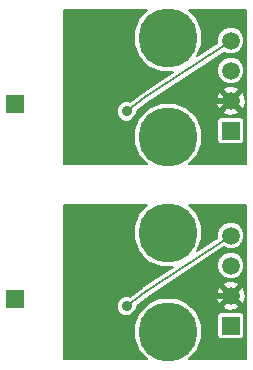
<source format=gbl>
%FSLAX45Y45*%
G04 Gerber Fmt 4.5, Leading zero omitted, Abs format (unit mm)*
G04 Created by KiCad (PCBNEW (2014-07-12 BZR 4289 GOST-COMMITTERS)-product) date 15.03.2017 23:16:08*
%MOMM*%
G01*
G04 APERTURE LIST*
%ADD10C,0.150000*%
%ADD11C,1.500000*%
%ADD12R,1.500000X1.500000*%
%ADD13C,5.000000*%
%ADD14C,0.900000*%
%ADD15C,0.500000*%
%ADD16C,0.200000*%
G04 APERTURE END LIST*
D10*
D11*
X12014200Y-8662400D03*
D12*
X10185400Y-9195800D03*
D13*
X11480800Y-8637000D03*
X11480800Y-9475200D03*
D11*
X12014200Y-8916400D03*
D12*
X12014200Y-9424400D03*
D11*
X12014200Y-9170400D03*
X12014200Y-10566400D03*
D12*
X12014200Y-11074400D03*
D11*
X12014200Y-10820400D03*
D13*
X11480800Y-11125200D03*
X11480800Y-10287000D03*
D12*
X10185400Y-10845800D03*
D11*
X12014200Y-10312400D03*
D14*
X11134400Y-9405700D03*
X11317200Y-9003800D03*
X10965400Y-8819400D03*
X10650000Y-9350000D03*
X10650000Y-8750000D03*
X10650000Y-8450000D03*
X10650000Y-9650000D03*
X11171670Y-8823350D03*
X11171670Y-10473350D03*
X10650000Y-11300000D03*
X10650000Y-10100000D03*
X10650000Y-10400000D03*
X10650000Y-11000000D03*
X10965400Y-10469400D03*
X11317200Y-10653800D03*
X11134400Y-11055700D03*
X11131000Y-9261300D03*
X11131000Y-10911300D03*
D15*
X11121470Y-8901210D02*
X11171670Y-8823350D01*
X11205760Y-9323430D02*
X11134400Y-9405700D01*
X11329030Y-9200160D02*
X11205760Y-9323430D01*
X11393640Y-9173400D02*
X11329030Y-9200160D01*
X12014200Y-9170400D02*
X11393640Y-9173400D01*
X11121470Y-8901210D02*
X10965400Y-8819400D01*
X10650000Y-9350000D02*
X10650000Y-9650000D01*
X10650000Y-9350000D02*
X10650000Y-8750000D01*
X11134400Y-9405700D02*
X10650000Y-9350000D01*
X11134160Y-8913900D02*
X11121470Y-8901210D01*
X11317200Y-9003800D02*
X11134160Y-8913900D01*
X11317200Y-10653800D02*
X11134160Y-10563900D01*
X11134160Y-10563900D02*
X11121470Y-10551210D01*
X11134400Y-11055700D02*
X10650000Y-11000000D01*
X10650000Y-11000000D02*
X10650000Y-10400000D01*
X10650000Y-11000000D02*
X10650000Y-11300000D01*
X11121470Y-10551210D02*
X10965400Y-10469400D01*
X12014200Y-10820400D02*
X11393640Y-10823400D01*
X11393640Y-10823400D02*
X11329030Y-10850160D01*
X11329030Y-10850160D02*
X11205760Y-10973430D01*
X11205760Y-10973430D02*
X11134400Y-11055700D01*
X11121470Y-10551210D02*
X11171670Y-10473350D01*
D16*
X11290380Y-9142330D02*
X11131000Y-9261300D01*
X12014200Y-8662400D02*
X11290380Y-9142330D01*
X12014200Y-10312400D02*
X11290380Y-10792330D01*
X11290380Y-10792330D02*
X11131000Y-10911300D01*
G36*
X12144500Y-11357100D02*
X12140768Y-11357100D01*
X12140768Y-10835360D01*
X12136858Y-10785786D01*
X12129220Y-10767345D01*
X12129220Y-10543625D01*
X12111749Y-10501343D01*
X12079427Y-10468965D01*
X12037175Y-10451420D01*
X11991425Y-10451380D01*
X11949143Y-10468851D01*
X11916765Y-10501173D01*
X11899220Y-10543425D01*
X11899180Y-10589175D01*
X11916651Y-10631457D01*
X11948973Y-10663835D01*
X11991225Y-10681380D01*
X12036975Y-10681420D01*
X12079257Y-10663949D01*
X12111635Y-10631627D01*
X12129180Y-10589375D01*
X12129220Y-10543625D01*
X12129220Y-10767345D01*
X12125408Y-10758143D01*
X12105393Y-10750421D01*
X12084179Y-10771634D01*
X12084179Y-10729207D01*
X12076457Y-10709192D01*
X12029160Y-10693832D01*
X11979586Y-10697742D01*
X11951943Y-10709192D01*
X11944220Y-10729207D01*
X12014200Y-10799187D01*
X12084179Y-10729207D01*
X12084179Y-10771634D01*
X12035413Y-10820400D01*
X12105393Y-10890380D01*
X12125408Y-10882657D01*
X12140768Y-10835360D01*
X12140768Y-11357100D01*
X12129200Y-11357100D01*
X12129200Y-11157357D01*
X12129200Y-11141444D01*
X12129200Y-10991444D01*
X12123110Y-10976742D01*
X12111858Y-10965490D01*
X12097156Y-10959400D01*
X12084179Y-10959400D01*
X12084179Y-10911593D01*
X12014200Y-10841613D01*
X11992987Y-10862826D01*
X11992987Y-10820400D01*
X11923007Y-10750421D01*
X11902991Y-10758143D01*
X11887632Y-10805440D01*
X11891542Y-10855014D01*
X11902991Y-10882657D01*
X11923007Y-10890380D01*
X11992987Y-10820400D01*
X11992987Y-10862826D01*
X11944220Y-10911593D01*
X11951943Y-10931609D01*
X11999240Y-10946968D01*
X12048814Y-10943058D01*
X12076457Y-10931609D01*
X12084179Y-10911593D01*
X12084179Y-10959400D01*
X12081243Y-10959400D01*
X11931243Y-10959400D01*
X11916542Y-10965490D01*
X11905290Y-10976742D01*
X11899200Y-10991444D01*
X11899200Y-11007357D01*
X11899200Y-11157357D01*
X11905290Y-11172058D01*
X11916542Y-11183310D01*
X11931243Y-11189400D01*
X11947156Y-11189400D01*
X12097156Y-11189400D01*
X12111858Y-11183310D01*
X12123110Y-11172058D01*
X12129200Y-11157357D01*
X12129200Y-11357100D01*
X11658975Y-11357100D01*
X11726507Y-11289686D01*
X11770749Y-11183138D01*
X11770850Y-11067769D01*
X11726793Y-10961143D01*
X11645286Y-10879493D01*
X11538738Y-10835251D01*
X11423368Y-10835150D01*
X11316743Y-10879207D01*
X11235093Y-10960714D01*
X11190850Y-11067262D01*
X11190750Y-11182632D01*
X11234807Y-11289257D01*
X11302531Y-11357100D01*
X10601800Y-11357100D01*
X10601800Y-10055100D01*
X11302625Y-10055100D01*
X11235093Y-10122514D01*
X11190850Y-10229062D01*
X11190750Y-10344432D01*
X11234807Y-10451057D01*
X11316314Y-10532707D01*
X11422862Y-10576950D01*
X11524599Y-10577038D01*
X11262749Y-10750658D01*
X11261747Y-10751654D01*
X11260471Y-10752262D01*
X11156517Y-10829859D01*
X11147982Y-10826315D01*
X11114167Y-10826285D01*
X11082914Y-10839199D01*
X11058983Y-10863089D01*
X11046015Y-10894318D01*
X11045985Y-10928133D01*
X11058899Y-10959386D01*
X11082789Y-10983317D01*
X11114018Y-10996285D01*
X11147833Y-10996315D01*
X11179086Y-10983402D01*
X11203017Y-10959512D01*
X11215985Y-10928282D01*
X11216001Y-10910244D01*
X11319173Y-10833231D01*
X11954357Y-10412071D01*
X11991225Y-10427380D01*
X12036975Y-10427420D01*
X12079257Y-10409949D01*
X12111635Y-10377627D01*
X12129180Y-10335375D01*
X12129220Y-10289625D01*
X12111749Y-10247343D01*
X12079427Y-10214965D01*
X12037175Y-10197420D01*
X11991425Y-10197380D01*
X11949143Y-10214851D01*
X11916765Y-10247173D01*
X11899220Y-10289425D01*
X11899186Y-10328668D01*
X11731276Y-10440001D01*
X11770749Y-10344938D01*
X11770850Y-10229569D01*
X11726793Y-10122943D01*
X11659069Y-10055100D01*
X12144500Y-10055100D01*
X12144500Y-11357100D01*
X12144500Y-11357100D01*
G37*
X12144500Y-11357100D02*
X12140768Y-11357100D01*
X12140768Y-10835360D01*
X12136858Y-10785786D01*
X12129220Y-10767345D01*
X12129220Y-10543625D01*
X12111749Y-10501343D01*
X12079427Y-10468965D01*
X12037175Y-10451420D01*
X11991425Y-10451380D01*
X11949143Y-10468851D01*
X11916765Y-10501173D01*
X11899220Y-10543425D01*
X11899180Y-10589175D01*
X11916651Y-10631457D01*
X11948973Y-10663835D01*
X11991225Y-10681380D01*
X12036975Y-10681420D01*
X12079257Y-10663949D01*
X12111635Y-10631627D01*
X12129180Y-10589375D01*
X12129220Y-10543625D01*
X12129220Y-10767345D01*
X12125408Y-10758143D01*
X12105393Y-10750421D01*
X12084179Y-10771634D01*
X12084179Y-10729207D01*
X12076457Y-10709192D01*
X12029160Y-10693832D01*
X11979586Y-10697742D01*
X11951943Y-10709192D01*
X11944220Y-10729207D01*
X12014200Y-10799187D01*
X12084179Y-10729207D01*
X12084179Y-10771634D01*
X12035413Y-10820400D01*
X12105393Y-10890380D01*
X12125408Y-10882657D01*
X12140768Y-10835360D01*
X12140768Y-11357100D01*
X12129200Y-11357100D01*
X12129200Y-11157357D01*
X12129200Y-11141444D01*
X12129200Y-10991444D01*
X12123110Y-10976742D01*
X12111858Y-10965490D01*
X12097156Y-10959400D01*
X12084179Y-10959400D01*
X12084179Y-10911593D01*
X12014200Y-10841613D01*
X11992987Y-10862826D01*
X11992987Y-10820400D01*
X11923007Y-10750421D01*
X11902991Y-10758143D01*
X11887632Y-10805440D01*
X11891542Y-10855014D01*
X11902991Y-10882657D01*
X11923007Y-10890380D01*
X11992987Y-10820400D01*
X11992987Y-10862826D01*
X11944220Y-10911593D01*
X11951943Y-10931609D01*
X11999240Y-10946968D01*
X12048814Y-10943058D01*
X12076457Y-10931609D01*
X12084179Y-10911593D01*
X12084179Y-10959400D01*
X12081243Y-10959400D01*
X11931243Y-10959400D01*
X11916542Y-10965490D01*
X11905290Y-10976742D01*
X11899200Y-10991444D01*
X11899200Y-11007357D01*
X11899200Y-11157357D01*
X11905290Y-11172058D01*
X11916542Y-11183310D01*
X11931243Y-11189400D01*
X11947156Y-11189400D01*
X12097156Y-11189400D01*
X12111858Y-11183310D01*
X12123110Y-11172058D01*
X12129200Y-11157357D01*
X12129200Y-11357100D01*
X11658975Y-11357100D01*
X11726507Y-11289686D01*
X11770749Y-11183138D01*
X11770850Y-11067769D01*
X11726793Y-10961143D01*
X11645286Y-10879493D01*
X11538738Y-10835251D01*
X11423368Y-10835150D01*
X11316743Y-10879207D01*
X11235093Y-10960714D01*
X11190850Y-11067262D01*
X11190750Y-11182632D01*
X11234807Y-11289257D01*
X11302531Y-11357100D01*
X10601800Y-11357100D01*
X10601800Y-10055100D01*
X11302625Y-10055100D01*
X11235093Y-10122514D01*
X11190850Y-10229062D01*
X11190750Y-10344432D01*
X11234807Y-10451057D01*
X11316314Y-10532707D01*
X11422862Y-10576950D01*
X11524599Y-10577038D01*
X11262749Y-10750658D01*
X11261747Y-10751654D01*
X11260471Y-10752262D01*
X11156517Y-10829859D01*
X11147982Y-10826315D01*
X11114167Y-10826285D01*
X11082914Y-10839199D01*
X11058983Y-10863089D01*
X11046015Y-10894318D01*
X11045985Y-10928133D01*
X11058899Y-10959386D01*
X11082789Y-10983317D01*
X11114018Y-10996285D01*
X11147833Y-10996315D01*
X11179086Y-10983402D01*
X11203017Y-10959512D01*
X11215985Y-10928282D01*
X11216001Y-10910244D01*
X11319173Y-10833231D01*
X11954357Y-10412071D01*
X11991225Y-10427380D01*
X12036975Y-10427420D01*
X12079257Y-10409949D01*
X12111635Y-10377627D01*
X12129180Y-10335375D01*
X12129220Y-10289625D01*
X12111749Y-10247343D01*
X12079427Y-10214965D01*
X12037175Y-10197420D01*
X11991425Y-10197380D01*
X11949143Y-10214851D01*
X11916765Y-10247173D01*
X11899220Y-10289425D01*
X11899186Y-10328668D01*
X11731276Y-10440001D01*
X11770749Y-10344938D01*
X11770850Y-10229569D01*
X11726793Y-10122943D01*
X11659069Y-10055100D01*
X12144500Y-10055100D01*
X12144500Y-11357100D01*
G36*
X12144500Y-9707100D02*
X12140768Y-9707100D01*
X12140768Y-9185360D01*
X12136858Y-9135786D01*
X12129220Y-9117345D01*
X12129220Y-8893625D01*
X12111749Y-8851343D01*
X12079427Y-8818965D01*
X12037175Y-8801420D01*
X11991425Y-8801380D01*
X11949143Y-8818851D01*
X11916765Y-8851173D01*
X11899220Y-8893425D01*
X11899180Y-8939175D01*
X11916651Y-8981457D01*
X11948973Y-9013835D01*
X11991225Y-9031380D01*
X12036975Y-9031420D01*
X12079257Y-9013949D01*
X12111635Y-8981627D01*
X12129180Y-8939375D01*
X12129220Y-8893625D01*
X12129220Y-9117345D01*
X12125408Y-9108143D01*
X12105393Y-9100421D01*
X12084179Y-9121634D01*
X12084179Y-9079207D01*
X12076457Y-9059192D01*
X12029160Y-9043832D01*
X11979586Y-9047742D01*
X11951943Y-9059192D01*
X11944220Y-9079207D01*
X12014200Y-9149187D01*
X12084179Y-9079207D01*
X12084179Y-9121634D01*
X12035413Y-9170400D01*
X12105393Y-9240380D01*
X12125408Y-9232657D01*
X12140768Y-9185360D01*
X12140768Y-9707100D01*
X12129200Y-9707100D01*
X12129200Y-9507357D01*
X12129200Y-9491444D01*
X12129200Y-9341444D01*
X12123110Y-9326742D01*
X12111858Y-9315490D01*
X12097156Y-9309400D01*
X12084179Y-9309400D01*
X12084179Y-9261593D01*
X12014200Y-9191613D01*
X11992987Y-9212826D01*
X11992987Y-9170400D01*
X11923007Y-9100421D01*
X11902991Y-9108143D01*
X11887632Y-9155440D01*
X11891542Y-9205014D01*
X11902991Y-9232657D01*
X11923007Y-9240380D01*
X11992987Y-9170400D01*
X11992987Y-9212826D01*
X11944220Y-9261593D01*
X11951943Y-9281609D01*
X11999240Y-9296968D01*
X12048814Y-9293058D01*
X12076457Y-9281609D01*
X12084179Y-9261593D01*
X12084179Y-9309400D01*
X12081243Y-9309400D01*
X11931243Y-9309400D01*
X11916542Y-9315490D01*
X11905290Y-9326742D01*
X11899200Y-9341444D01*
X11899200Y-9357357D01*
X11899200Y-9507357D01*
X11905290Y-9522058D01*
X11916542Y-9533310D01*
X11931243Y-9539400D01*
X11947156Y-9539400D01*
X12097156Y-9539400D01*
X12111858Y-9533310D01*
X12123110Y-9522058D01*
X12129200Y-9507357D01*
X12129200Y-9707100D01*
X11658975Y-9707100D01*
X11726507Y-9639686D01*
X11770749Y-9533138D01*
X11770850Y-9417769D01*
X11726793Y-9311143D01*
X11645286Y-9229493D01*
X11538738Y-9185251D01*
X11423368Y-9185150D01*
X11316743Y-9229207D01*
X11235093Y-9310714D01*
X11190850Y-9417262D01*
X11190750Y-9532632D01*
X11234807Y-9639257D01*
X11302531Y-9707100D01*
X10601800Y-9707100D01*
X10601800Y-8405100D01*
X11302625Y-8405100D01*
X11235093Y-8472514D01*
X11190850Y-8579062D01*
X11190750Y-8694432D01*
X11234807Y-8801057D01*
X11316314Y-8882707D01*
X11422862Y-8926950D01*
X11524599Y-8927038D01*
X11262749Y-9100658D01*
X11261747Y-9101654D01*
X11260471Y-9102262D01*
X11156517Y-9179859D01*
X11147982Y-9176315D01*
X11114167Y-9176285D01*
X11082914Y-9189199D01*
X11058983Y-9213089D01*
X11046015Y-9244318D01*
X11045985Y-9278133D01*
X11058899Y-9309386D01*
X11082789Y-9333317D01*
X11114018Y-9346285D01*
X11147833Y-9346315D01*
X11179086Y-9333402D01*
X11203017Y-9309512D01*
X11215985Y-9278282D01*
X11216001Y-9260244D01*
X11319173Y-9183231D01*
X11954357Y-8762071D01*
X11991225Y-8777380D01*
X12036975Y-8777420D01*
X12079257Y-8759949D01*
X12111635Y-8727627D01*
X12129180Y-8685375D01*
X12129220Y-8639625D01*
X12111749Y-8597343D01*
X12079427Y-8564965D01*
X12037175Y-8547420D01*
X11991425Y-8547380D01*
X11949143Y-8564851D01*
X11916765Y-8597173D01*
X11899220Y-8639425D01*
X11899186Y-8678668D01*
X11731276Y-8790001D01*
X11770749Y-8694938D01*
X11770850Y-8579569D01*
X11726793Y-8472943D01*
X11659069Y-8405100D01*
X12144500Y-8405100D01*
X12144500Y-9707100D01*
X12144500Y-9707100D01*
G37*
X12144500Y-9707100D02*
X12140768Y-9707100D01*
X12140768Y-9185360D01*
X12136858Y-9135786D01*
X12129220Y-9117345D01*
X12129220Y-8893625D01*
X12111749Y-8851343D01*
X12079427Y-8818965D01*
X12037175Y-8801420D01*
X11991425Y-8801380D01*
X11949143Y-8818851D01*
X11916765Y-8851173D01*
X11899220Y-8893425D01*
X11899180Y-8939175D01*
X11916651Y-8981457D01*
X11948973Y-9013835D01*
X11991225Y-9031380D01*
X12036975Y-9031420D01*
X12079257Y-9013949D01*
X12111635Y-8981627D01*
X12129180Y-8939375D01*
X12129220Y-8893625D01*
X12129220Y-9117345D01*
X12125408Y-9108143D01*
X12105393Y-9100421D01*
X12084179Y-9121634D01*
X12084179Y-9079207D01*
X12076457Y-9059192D01*
X12029160Y-9043832D01*
X11979586Y-9047742D01*
X11951943Y-9059192D01*
X11944220Y-9079207D01*
X12014200Y-9149187D01*
X12084179Y-9079207D01*
X12084179Y-9121634D01*
X12035413Y-9170400D01*
X12105393Y-9240380D01*
X12125408Y-9232657D01*
X12140768Y-9185360D01*
X12140768Y-9707100D01*
X12129200Y-9707100D01*
X12129200Y-9507357D01*
X12129200Y-9491444D01*
X12129200Y-9341444D01*
X12123110Y-9326742D01*
X12111858Y-9315490D01*
X12097156Y-9309400D01*
X12084179Y-9309400D01*
X12084179Y-9261593D01*
X12014200Y-9191613D01*
X11992987Y-9212826D01*
X11992987Y-9170400D01*
X11923007Y-9100421D01*
X11902991Y-9108143D01*
X11887632Y-9155440D01*
X11891542Y-9205014D01*
X11902991Y-9232657D01*
X11923007Y-9240380D01*
X11992987Y-9170400D01*
X11992987Y-9212826D01*
X11944220Y-9261593D01*
X11951943Y-9281609D01*
X11999240Y-9296968D01*
X12048814Y-9293058D01*
X12076457Y-9281609D01*
X12084179Y-9261593D01*
X12084179Y-9309400D01*
X12081243Y-9309400D01*
X11931243Y-9309400D01*
X11916542Y-9315490D01*
X11905290Y-9326742D01*
X11899200Y-9341444D01*
X11899200Y-9357357D01*
X11899200Y-9507357D01*
X11905290Y-9522058D01*
X11916542Y-9533310D01*
X11931243Y-9539400D01*
X11947156Y-9539400D01*
X12097156Y-9539400D01*
X12111858Y-9533310D01*
X12123110Y-9522058D01*
X12129200Y-9507357D01*
X12129200Y-9707100D01*
X11658975Y-9707100D01*
X11726507Y-9639686D01*
X11770749Y-9533138D01*
X11770850Y-9417769D01*
X11726793Y-9311143D01*
X11645286Y-9229493D01*
X11538738Y-9185251D01*
X11423368Y-9185150D01*
X11316743Y-9229207D01*
X11235093Y-9310714D01*
X11190850Y-9417262D01*
X11190750Y-9532632D01*
X11234807Y-9639257D01*
X11302531Y-9707100D01*
X10601800Y-9707100D01*
X10601800Y-8405100D01*
X11302625Y-8405100D01*
X11235093Y-8472514D01*
X11190850Y-8579062D01*
X11190750Y-8694432D01*
X11234807Y-8801057D01*
X11316314Y-8882707D01*
X11422862Y-8926950D01*
X11524599Y-8927038D01*
X11262749Y-9100658D01*
X11261747Y-9101654D01*
X11260471Y-9102262D01*
X11156517Y-9179859D01*
X11147982Y-9176315D01*
X11114167Y-9176285D01*
X11082914Y-9189199D01*
X11058983Y-9213089D01*
X11046015Y-9244318D01*
X11045985Y-9278133D01*
X11058899Y-9309386D01*
X11082789Y-9333317D01*
X11114018Y-9346285D01*
X11147833Y-9346315D01*
X11179086Y-9333402D01*
X11203017Y-9309512D01*
X11215985Y-9278282D01*
X11216001Y-9260244D01*
X11319173Y-9183231D01*
X11954357Y-8762071D01*
X11991225Y-8777380D01*
X12036975Y-8777420D01*
X12079257Y-8759949D01*
X12111635Y-8727627D01*
X12129180Y-8685375D01*
X12129220Y-8639625D01*
X12111749Y-8597343D01*
X12079427Y-8564965D01*
X12037175Y-8547420D01*
X11991425Y-8547380D01*
X11949143Y-8564851D01*
X11916765Y-8597173D01*
X11899220Y-8639425D01*
X11899186Y-8678668D01*
X11731276Y-8790001D01*
X11770749Y-8694938D01*
X11770850Y-8579569D01*
X11726793Y-8472943D01*
X11659069Y-8405100D01*
X12144500Y-8405100D01*
X12144500Y-9707100D01*
M02*

</source>
